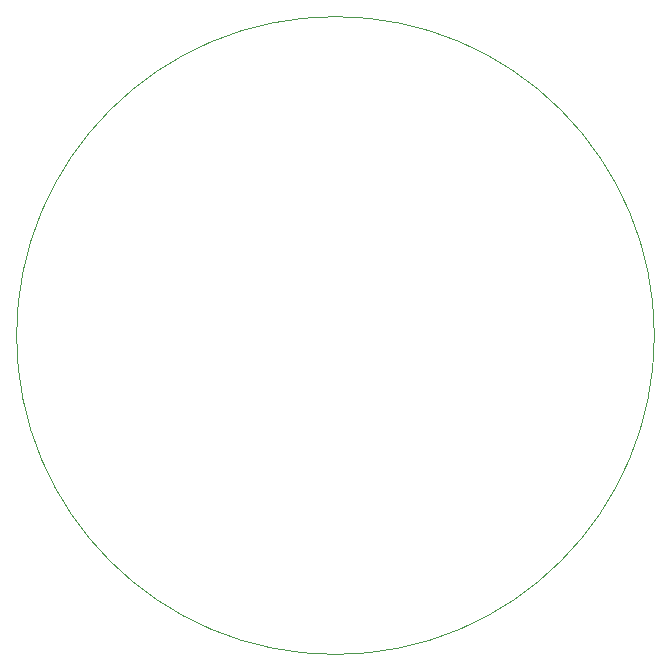
<source format=gbr>
%TF.GenerationSoftware,KiCad,Pcbnew,7.0.6*%
%TF.CreationDate,2023-07-29T18:39:12+05:30*%
%TF.ProjectId,circular_pcb_lastassignment,63697263-756c-4617-925f-7063625f6c61,rev?*%
%TF.SameCoordinates,Original*%
%TF.FileFunction,Profile,NP*%
%FSLAX46Y46*%
G04 Gerber Fmt 4.6, Leading zero omitted, Abs format (unit mm)*
G04 Created by KiCad (PCBNEW 7.0.6) date 2023-07-29 18:39:12*
%MOMM*%
%LPD*%
G01*
G04 APERTURE LIST*
%TA.AperFunction,Profile*%
%ADD10C,0.100000*%
%TD*%
G04 APERTURE END LIST*
D10*
X207848000Y-122828000D02*
G75*
G03*
X207848000Y-122828000I-27000000J0D01*
G01*
M02*

</source>
